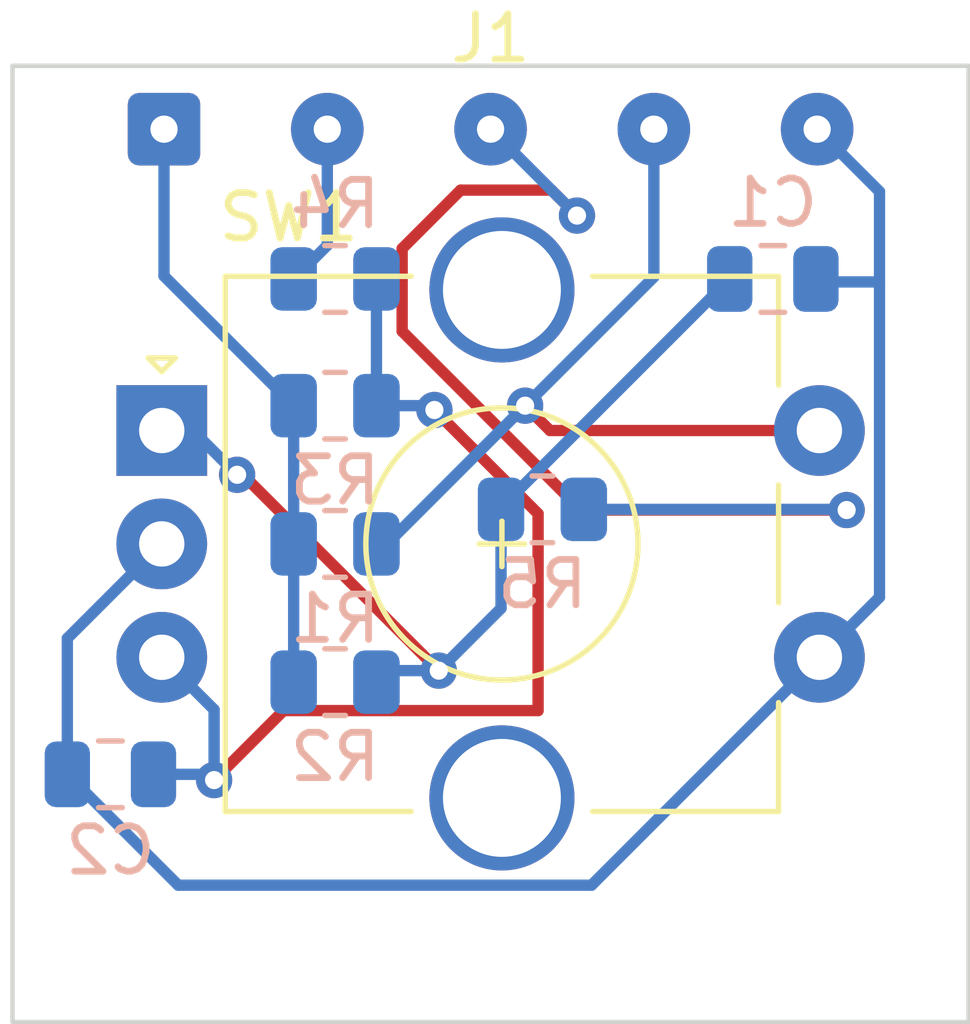
<source format=kicad_pcb>
(kicad_pcb (version 20211014) (generator pcbnew)
  (layers (0 "F.Cu" signal) (31 "B.Cu" signal) (34 "B.Paste" user) (35 "F.Paste" user) (36 "B.SilkS" user "B.Silkscreen") (37 "F.SilkS" user "F.Silkscreen") (38 "B.Mask" user) (39 "F.Mask" user) (44 "Edge.Cuts" user))
  (net 0 "")
  (net 1 "GND")
  (net 2 "Net-(C1-Pad2)")
  (net 3 "Net-(C2-Pad2)")
  (net 4 "+3.3V")
  (net 5 "/Encoder_Pin_B")
  (net 6 "/Encoder_Pin_A")
  (net 7 "/Encoder_SW")
  (footprint "Connector_Wire:SolderWire-0.1sqmm_1x05_P3.6mm_D0.4mm_OD1mm" (layer "F.Cu") (at 113.831 96.139)
    (fp_text reference "J1" (at 7.2 -2) (layer "F.SilkS"))
    (fp_text value "Conn_01x05")
    (pad "1" thru_hole roundrect (at 0 0) (size 1.6 1.6) (drill 0.6) (layers *.Cu *.Mask) (roundrect_rratio 0.15625) (net 4 "+3.3V"))
    (pad "2" thru_hole circle (at 3.6 0) (size 1.6 1.6) (drill 0.6) (layers *.Cu *.Mask) (net 5 "/Encoder_Pin_B"))
    (pad "3" thru_hole circle (at 7.2 0) (size 1.6 1.6) (drill 0.6) (layers *.Cu *.Mask) (net 6 "/Encoder_Pin_A"))
    (pad "4" thru_hole circle (at 10.8 0) (size 1.6 1.6) (drill 0.6) (layers *.Cu *.Mask) (net 7 "/Encoder_SW"))
    (pad "5" thru_hole circle (at 14.4 0) (size 1.6 1.6) (drill 0.6) (layers *.Cu *.Mask) (net 1 "GND"))
  )
  (footprint "Rotary_Encoder:RotaryEncoder_Alps_EC11E-Switch_Vertical_H20mm_CircularMountingHoles" (layer "F.Cu") (at 113.781 102.783)
    (fp_text reference "SW1" (at 2.8 -4.7) (layer "F.SilkS"))
    (fp_text value "RotaryEncoder_Switch")
    (fp_line (start 7.5 2) (end 7.5 3) (layer "F.SilkS") (width 0.12))
    (fp_line (start 5.5 8.4) (end 1.4 8.4) (layer "F.SilkS") (width 0.12))
    (fp_line (start 13.6 -3.4) (end 13.6 -1) (layer "F.SilkS") (width 0.12))
    (fp_line (start 1.4 -3.4) (end 1.4 8.4) (layer "F.SilkS") (width 0.12))
    (fp_line (start 5.5 -3.4) (end 1.4 -3.4) (layer "F.SilkS") (width 0.12))
    (fp_line (start 9.5 -3.4) (end 13.6 -3.4) (layer "F.SilkS") (width 0.12))
    (fp_line (start 13.6 1.2) (end 13.6 3.8) (layer "F.SilkS") (width 0.12))
    (fp_line (start 13.6 6) (end 13.6 8.4) (layer "F.SilkS") (width 0.12))
    (fp_line (start -0.3 -1.6) (end 0.3 -1.6) (layer "F.SilkS") (width 0.12))
    (fp_line (start 0 -1.3) (end -0.3 -1.6) (layer "F.SilkS") (width 0.12))
    (fp_line (start 13.6 8.4) (end 9.5 8.4) (layer "F.SilkS") (width 0.12))
    (fp_line (start 0.3 -1.6) (end 0 -1.3) (layer "F.SilkS") (width 0.12))
    (fp_line (start 7 2.5) (end 8 2.5) (layer "F.SilkS") (width 0.12))
    (fp_circle (center 7.5 2.5) (end 10.5 2.5) (layer "F.SilkS") (width 0.12) (fill none))
    (pad "A" thru_hole rect (at 0 0) (size 2 2) (drill 1) (layers *.Cu *.Mask) (net 2 "Net-(C1-Pad2)"))
    (pad "B" thru_hole circle (at 0 5) (size 2 2) (drill 1) (layers *.Cu *.Mask) (net 3 "Net-(C2-Pad2)"))
    (pad "C" thru_hole circle (at 0 2.5) (size 2 2) (drill 1) (layers *.Cu *.Mask) (net 1 "GND"))
    (pad "MP" thru_hole circle (at 7.5 8.1) (size 3.2 3.2) (drill 2.6) (layers *.Cu *.Mask))
    (pad "MP" thru_hole circle (at 7.5 -3.1) (size 3.2 3.2) (drill 2.6) (layers *.Cu *.Mask))
    (pad "S1" thru_hole circle (at 14.5 5) (size 2 2) (drill 1) (layers *.Cu *.Mask) (net 1 "GND"))
    (pad "S2" thru_hole circle (at 14.5 0) (size 2 2) (drill 1) (layers *.Cu *.Mask) (net 7 "/Encoder_SW"))
  )
  (footprint "Resistor_SMD:R_0805_2012Metric" (layer "B.Cu") (at 122.174 104.521)
    (fp_text reference "R5" (at 0 1.65) (layer "B.SilkS") (effects (justify mirror)))
    (fp_text value "10k")
    (fp_line (start -0.227064 -0.735) (end 0.227064 -0.735) (layer "B.SilkS") (width 0.12))
    (fp_line (start -0.227064 0.735) (end 0.227064 0.735) (layer "B.SilkS") (width 0.12))
    (pad "1" smd roundrect (at -0.9125 0) (size 1.025 1.4) (layers "B.Cu" "B.Paste" "B.Mask") (roundrect_rratio 0.243902439) (net 2 "Net-(C1-Pad2)"))
    (pad "2" smd roundrect (at 0.9125 0) (size 1.025 1.4) (layers "B.Cu" "B.Paste" "B.Mask") (roundrect_rratio 0.243902439) (net 6 "/Encoder_Pin_A"))
  )
  (footprint "Resistor_SMD:R_0805_2012Metric" (layer "B.Cu") (at 117.602 108.331)
    (fp_text reference "R2" (at 0 1.65) (layer "B.SilkS") (effects (justify mirror)))
    (fp_text value "10k")
    (fp_line (start -0.227064 0.735) (end 0.227064 0.735) (layer "B.SilkS") (width 0.12))
    (fp_line (start -0.227064 -0.735) (end 0.227064 -0.735) (layer "B.SilkS") (width 0.12))
    (pad "1" smd roundrect (at -0.9125 0) (size 1.025 1.4) (layers "B.Cu" "B.Paste" "B.Mask") (roundrect_rratio 0.243902439) (net 4 "+3.3V"))
    (pad "2" smd roundrect (at 0.9125 0) (size 1.025 1.4) (layers "B.Cu" "B.Paste" "B.Mask") (roundrect_rratio 0.243902439) (net 2 "Net-(C1-Pad2)"))
  )
  (footprint "Resistor_SMD:R_0805_2012Metric" (layer "B.Cu") (at 117.602 99.441 180)
    (fp_text reference "R4" (at 0 1.65) (layer "B.SilkS") (effects (justify mirror)))
    (fp_text value "10k")
    (fp_line (start -0.227064 0.735) (end 0.227064 0.735) (layer "B.SilkS") (width 0.12))
    (fp_line (start -0.227064 -0.735) (end 0.227064 -0.735) (layer "B.SilkS") (width 0.12))
    (pad "1" smd roundrect (at -0.9125 0 180) (size 1.025 1.4) (layers "B.Cu" "B.Paste" "B.Mask") (roundrect_rratio 0.243902439) (net 3 "Net-(C2-Pad2)"))
    (pad "2" smd roundrect (at 0.9125 0 180) (size 1.025 1.4) (layers "B.Cu" "B.Paste" "B.Mask") (roundrect_rratio 0.243902439) (net 5 "/Encoder_Pin_B"))
  )
  (footprint "Capacitor_SMD:C_0805_2012Metric" (layer "B.Cu") (at 112.649 110.363)
    (fp_text reference "C2" (at 0 1.68) (layer "B.SilkS") (effects (justify mirror)))
    (fp_text value "100nF")
    (fp_line (start -0.261252 0.735) (end 0.261252 0.735) (layer "B.SilkS") (width 0.12))
    (fp_line (start -0.261252 -0.735) (end 0.261252 -0.735) (layer "B.SilkS") (width 0.12))
    (pad "1" smd roundrect (at -0.95 0) (size 1 1.45) (layers "B.Cu" "B.Paste" "B.Mask") (net 1 "GND"))
    (pad "2" smd roundrect (at 0.95 0) (size 1 1.45) (layers "B.Cu" "B.Paste" "B.Mask") (net 3 "Net-(C2-Pad2)"))
  )
  (footprint "Resistor_SMD:R_0805_2012Metric" (layer "B.Cu") (at 117.602 105.283)
    (fp_text reference "R1" (at 0 1.65) (layer "B.SilkS") (effects (justify mirror)))
    (fp_text value "10k")
    (fp_line (start -0.227064 -0.735) (end 0.227064 -0.735) (layer "B.SilkS") (width 0.12))
    (fp_line (start -0.227064 0.735) (end 0.227064 0.735) (layer "B.SilkS") (width 0.12))
    (pad "1" smd roundrect (at -0.9125 0) (size 1.025 1.4) (layers "B.Cu" "B.Paste" "B.Mask") (roundrect_rratio 0.243902439) (net 4 "+3.3V"))
    (pad "2" smd roundrect (at 0.9125 0) (size 1.025 1.4) (layers "B.Cu" "B.Paste" "B.Mask") (roundrect_rratio 0.243902439) (net 7 "/Encoder_SW"))
  )
  (footprint "Resistor_SMD:R_0805_2012Metric" (layer "B.Cu") (at 117.602 102.235)
    (fp_text reference "R3" (at 0 1.65) (layer "B.SilkS") (effects (justify mirror)))
    (fp_text value "10k")
    (fp_line (start -0.227064 -0.735) (end 0.227064 -0.735) (layer "B.SilkS") (width 0.12))
    (fp_line (start -0.227064 0.735) (end 0.227064 0.735) (layer "B.SilkS") (width 0.12))
    (pad "1" smd roundrect (at -0.9125 0) (size 1.025 1.4) (layers "B.Cu" "B.Paste" "B.Mask") (roundrect_rratio 0.243902439) (net 4 "+3.3V"))
    (pad "2" smd roundrect (at 0.9125 0) (size 1.025 1.4) (layers "B.Cu" "B.Paste" "B.Mask") (roundrect_rratio 0.243902439) (net 3 "Net-(C2-Pad2)"))
  )
  (footprint "Capacitor_SMD:C_0805_2012Metric" (layer "B.Cu") (at 127.254 99.441 180)
    (fp_text reference "C1" (at 0 1.68) (layer "B.SilkS") (effects (justify mirror)))
    (fp_text value "100nF")
    (fp_line (start -0.261252 0.735) (end 0.261252 0.735) (layer "B.SilkS") (width 0.12))
    (fp_line (start -0.261252 -0.735) (end 0.261252 -0.735) (layer "B.SilkS") (width 0.12))
    (pad "1" smd roundrect (at -0.95 0 180) (size 1 1.45) (layers "B.Cu" "B.Paste" "B.Mask") (net 1 "GND"))
    (pad "2" smd roundrect (at 0.95 0 180) (size 1 1.45) (layers "B.Cu" "B.Paste" "B.Mask") (net 2 "Net-(C1-Pad2)"))
  )
  (gr_rect (start 110.49 94.742) (end 131.572 115.824) (layer "Edge.Cuts") (width 0.1) (fill none))
  (segment (start 114.144 112.808) (end 123.256 112.808) (width 0.25) (layer "B.Cu") (net 1))
  (segment (start 111.699 110.363) (end 114.144 112.808) (width 0.25) (layer "B.Cu") (net 1))
  (segment (start 129.606 106.458) (end 128.281 107.783) (width 0.25) (layer "B.Cu") (net 1))
  (segment (start 123.256 112.808) (end 128.281 107.783) (width 0.25) (layer "B.Cu") (net 1))
  (segment (start 111.699 107.365) (end 113.781 105.283) (width 0.25) (layer "B.Cu") (net 1))
  (segment (start 129.606 99.507) (end 129.606 106.458) (width 0.25) (layer "B.Cu") (net 1))
  (segment (start 128.27 99.507) (end 129.606 99.507) (width 0.25) (layer "B.Cu") (net 1))
  (segment (start 128.231 96.139) (end 129.606 97.514) (width 0.25) (layer "B.Cu") (net 1))
  (segment (start 128.204 99.441) (end 128.27 99.507) (width 0.25) (layer "B.Cu") (net 1))
  (segment (start 111.699 110.363) (end 111.699 107.365) (width 0.25) (layer "B.Cu") (net 1))
  (segment (start 129.606 97.514) (end 129.606 99.507) (width 0.25) (layer "B.Cu") (net 1))
  (segment (start 115.57 103.759) (end 115.443 103.759) (width 0.25) (layer "F.Cu") (net 2))
  (segment (start 119.888 108.077) (end 115.57 103.759) (width 0.25) (layer "F.Cu") (net 2))
  (via (at 115.443 103.759) (size 0.8) (drill 0.4) (layers "F.Cu" "B.Cu") (net 2))
  (via (at 119.888 108.077) (size 0.8) (drill 0.4) (layers "F.Cu" "B.Cu") (net 2))
  (segment (start 121.2615 106.7035) (end 119.888 108.077) (width 0.25) (layer "B.Cu") (net 2))
  (segment (start 121.2615 104.521) (end 121.2615 104.4835) (width 0.25) (layer "B.Cu") (net 2))
  (segment (start 119.888 108.077) (end 118.7685 108.077) (width 0.25) (layer "B.Cu") (net 2))
  (segment (start 118.7685 108.077) (end 118.5145 108.331) (width 0.25) (layer "B.Cu") (net 2))
  (segment (start 113.781 102.783) (end 114.467 102.783) (width 0.25) (layer "B.Cu") (net 2))
  (segment (start 121.2615 104.4835) (end 126.304 99.441) (width 0.25) (layer "B.Cu") (net 2))
  (segment (start 114.467 102.783) (end 115.443 103.759) (width 0.25) (layer "B.Cu") (net 2))
  (segment (start 121.2615 104.521) (end 121.2615 106.7035) (width 0.25) (layer "B.Cu") (net 2))
  (segment (start 122.078362 108.958) (end 122.078362 104.61623) (width 0.25) (layer "F.Cu") (net 3))
  (segment (start 114.935 110.49) (end 116.467 108.958) (width 0.25) (layer "F.Cu") (net 3))
  (segment (start 116.467 108.958) (end 122.078362 108.958) (width 0.25) (layer "F.Cu") (net 3))
  (segment (start 122.078362 104.61623) (end 119.792566 102.330434) (width 0.25) (layer "F.Cu") (net 3))
  (via (at 114.935 110.49) (size 0.8) (drill 0.4) (layers "F.Cu" "B.Cu") (net 3))
  (via (at 119.792566 102.330434) (size 0.8) (drill 0.4) (layers "F.Cu" "B.Cu") (net 3))
  (segment (start 114.935 108.937) (end 114.935 110.49) (width 0.25) (layer "B.Cu") (net 3))
  (segment (start 118.5145 102.235) (end 119.697132 102.235) (width 0.25) (layer "B.Cu") (net 3))
  (segment (start 113.599 110.363) (end 114.808 110.363) (width 0.25) (layer "B.Cu") (net 3))
  (segment (start 118.5145 99.441) (end 118.5145 102.235) (width 0.25) (layer "B.Cu") (net 3))
  (segment (start 119.697132 102.235) (end 119.792566 102.330434) (width 0.25) (layer "B.Cu") (net 3))
  (segment (start 113.781 107.783) (end 114.935 108.937) (width 0.25) (layer "B.Cu") (net 3))
  (segment (start 114.808 110.363) (end 114.935 110.49) (width 0.25) (layer "B.Cu") (net 3))
  (segment (start 116.6895 105.283) (end 116.6895 108.331) (width 0.25) (layer "B.Cu") (net 4))
  (segment (start 113.831 96.139) (end 113.831 99.3765) (width 0.25) (layer "B.Cu") (net 4))
  (segment (start 113.831 99.3765) (end 116.6895 102.235) (width 0.25) (layer "B.Cu") (net 4))
  (segment (start 116.6895 102.235) (end 116.6895 105.283) (width 0.25) (layer "B.Cu") (net 4))
  (segment (start 117.431 98.6995) (end 117.431 96.139) (width 0.25) (layer "B.Cu") (net 5))
  (segment (start 116.6895 99.441) (end 117.431 98.6995) (width 0.25) (layer "B.Cu") (net 5))
  (segment (start 119.081 98.77173) (end 119.081 100.59427) (width 0.25) (layer "F.Cu") (net 6))
  (segment (start 120.36973 97.483) (end 119.081 98.77173) (width 0.25) (layer "F.Cu") (net 6))
  (segment (start 119.081 100.59427) (end 123.022816 104.536086) (width 0.25) (layer "F.Cu") (net 6))
  (segment (start 122.375 97.483) (end 120.36973 97.483) (width 0.25) (layer "F.Cu") (net 6))
  (segment (start 123.022816 104.536086) (end 128.8815 104.536086) (width 0.25) (layer "F.Cu") (net 6))
  (segment (start 122.936 98.044) (end 122.375 97.483) (width 0.25) (layer "F.Cu") (net 6))
  (via (at 122.936 98.044) (size 0.8) (drill 0.4) (layers "F.Cu" "B.Cu") (net 6))
  (via (at 128.8815 104.536086) (size 0.8) (drill 0.4) (layers "F.Cu" "B.Cu") (net 6))
  (segment (start 122.936 98.044) (end 121.031 96.139) (width 0.25) (layer "B.Cu") (net 6))
  (segment (start 123.0865 104.521) (end 128.866414 104.521) (width 0.25) (layer "B.Cu") (net 6))
  (segment (start 128.866414 104.521) (end 128.8815 104.536086) (width 0.25) (layer "B.Cu") (net 6))
  (segment (start 121.793 102.235) (end 122.341 102.783) (width 0.25) (layer "F.Cu") (net 7))
  (segment (start 122.341 102.783) (end 128.281 102.783) (width 0.25) (layer "F.Cu") (net 7))
  (via (at 121.793 102.235) (size 0.8) (drill 0.4) (layers "F.Cu" "B.Cu") (net 7))
  (segment (start 118.5145 105.283) (end 118.745 105.283) (width 0.25) (layer "B.Cu") (net 7))
  (segment (start 121.793 102.235) (end 124.631 99.397) (width 0.25) (layer "B.Cu") (net 7))
  (segment (start 118.745 105.283) (end 121.793 102.235) (width 0.25) (layer "B.Cu") (net 7))
  (segment (start 124.631 99.397) (end 124.631 96.139) (width 0.25) (layer "B.Cu") (net 7))
)
</source>
